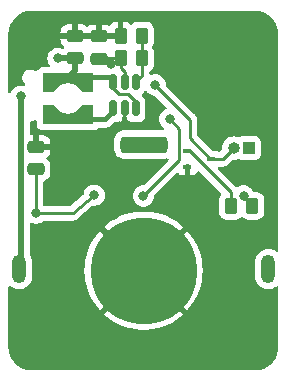
<source format=gbr>
%TF.GenerationSoftware,KiCad,Pcbnew,7.0.5*%
%TF.CreationDate,2023-07-26T01:35:09-03:00*%
%TF.ProjectId,HallCoinDetector,48616c6c-436f-4696-9e44-65746563746f,rev?*%
%TF.SameCoordinates,Original*%
%TF.FileFunction,Copper,L1,Top*%
%TF.FilePolarity,Positive*%
%FSLAX46Y46*%
G04 Gerber Fmt 4.6, Leading zero omitted, Abs format (unit mm)*
G04 Created by KiCad (PCBNEW 7.0.5) date 2023-07-26 01:35:09*
%MOMM*%
%LPD*%
G01*
G04 APERTURE LIST*
G04 Aperture macros list*
%AMRoundRect*
0 Rectangle with rounded corners*
0 $1 Rounding radius*
0 $2 $3 $4 $5 $6 $7 $8 $9 X,Y pos of 4 corners*
0 Add a 4 corners polygon primitive as box body*
4,1,4,$2,$3,$4,$5,$6,$7,$8,$9,$2,$3,0*
0 Add four circle primitives for the rounded corners*
1,1,$1+$1,$2,$3*
1,1,$1+$1,$4,$5*
1,1,$1+$1,$6,$7*
1,1,$1+$1,$8,$9*
0 Add four rect primitives between the rounded corners*
20,1,$1+$1,$2,$3,$4,$5,0*
20,1,$1+$1,$4,$5,$6,$7,0*
20,1,$1+$1,$6,$7,$8,$9,0*
20,1,$1+$1,$8,$9,$2,$3,0*%
%AMFreePoly0*
4,1,19,2.150000,-1.200000,1.177922,-1.200000,1.064578,-1.003895,0.918917,-0.830439,0.745359,-0.684899,0.549174,-0.571693,0.336318,-0.494257,0.113252,-0.454942,-0.113252,-0.454942,-0.336318,-0.494257,-0.549174,-0.571693,-0.745359,-0.684899,-0.918917,-0.830439,-1.064578,-1.003895,-1.177922,-1.200000,-2.150000,-1.200000,-2.150000,0.400000,2.150000,0.400000,2.150000,-1.200000,2.150000,-1.200000,
$1*%
%AMFreePoly1*
4,1,19,-1.064578,1.003895,-0.918917,0.830439,-0.745359,0.684899,-0.549174,0.571693,-0.336318,0.494257,-0.113252,0.454942,0.113252,0.454942,0.336318,0.494257,0.549174,0.571693,0.745359,0.684899,0.918917,0.830439,1.064578,1.003895,1.177922,1.200000,2.150000,1.200000,2.150000,-0.400000,-2.150000,-0.400000,-2.150000,1.200000,-1.177922,1.200000,-1.064578,1.003895,-1.064578,1.003895,
$1*%
G04 Aperture macros list end*
%TA.AperFunction,ComponentPad*%
%ADD10R,1.000000X1.000000*%
%TD*%
%TA.AperFunction,ComponentPad*%
%ADD11O,1.000000X1.000000*%
%TD*%
%TA.AperFunction,SMDPad,CuDef*%
%ADD12RoundRect,0.150000X0.150000X-0.512500X0.150000X0.512500X-0.150000X0.512500X-0.150000X-0.512500X0*%
%TD*%
%TA.AperFunction,SMDPad,CuDef*%
%ADD13RoundRect,0.350000X-1.650000X0.350000X-1.650000X-0.350000X1.650000X-0.350000X1.650000X0.350000X0*%
%TD*%
%TA.AperFunction,ComponentPad*%
%ADD14O,1.200000X2.400000*%
%TD*%
%TA.AperFunction,SMDPad,CuDef*%
%ADD15C,9.000000*%
%TD*%
%TA.AperFunction,SMDPad,CuDef*%
%ADD16RoundRect,0.250000X0.262500X0.450000X-0.262500X0.450000X-0.262500X-0.450000X0.262500X-0.450000X0*%
%TD*%
%TA.AperFunction,SMDPad,CuDef*%
%ADD17RoundRect,0.250000X0.475000X-0.250000X0.475000X0.250000X-0.475000X0.250000X-0.475000X-0.250000X0*%
%TD*%
%TA.AperFunction,SMDPad,CuDef*%
%ADD18RoundRect,0.250000X-0.262500X-0.450000X0.262500X-0.450000X0.262500X0.450000X-0.262500X0.450000X0*%
%TD*%
%TA.AperFunction,SMDPad,CuDef*%
%ADD19FreePoly0,0.000000*%
%TD*%
%TA.AperFunction,SMDPad,CuDef*%
%ADD20FreePoly1,0.000000*%
%TD*%
%TA.AperFunction,SMDPad,CuDef*%
%ADD21R,0.700000X0.450000*%
%TD*%
%TA.AperFunction,ViaPad*%
%ADD22C,0.800000*%
%TD*%
%TA.AperFunction,Conductor*%
%ADD23C,0.250000*%
%TD*%
%TA.AperFunction,Conductor*%
%ADD24C,0.400000*%
%TD*%
%TA.AperFunction,Conductor*%
%ADD25C,0.500000*%
%TD*%
G04 APERTURE END LIST*
D10*
%TO.P,M1,1,+*%
%TO.N,/3V*%
X175360400Y-106175700D03*
D11*
%TO.P,M1,2,-*%
%TO.N,Net-(D3-A)*%
X174090400Y-106175700D03*
%TD*%
D12*
%TO.P,U2,1,SW*%
%TO.N,Net-(U2-SW)*%
X163890000Y-102807500D03*
%TO.P,U2,2,GND*%
%TO.N,GND*%
X164840000Y-102807500D03*
%TO.P,U2,3,EN*%
%TO.N,/3V*%
X165790000Y-102807500D03*
%TO.P,U2,4,FB*%
%TO.N,Net-(U2-FB)*%
X165790000Y-100532500D03*
%TO.P,U2,5,OUT*%
%TO.N,/+5V*%
X164840000Y-100532500D03*
%TO.P,U2,6,Bat*%
%TO.N,/3V*%
X163890000Y-100532500D03*
%TD*%
D13*
%TO.P,BT1,*%
%TO.N,*%
X166454900Y-105873800D03*
D14*
%TO.P,BT1,1,+*%
%TO.N,/BAT*%
X176995900Y-116414800D03*
X155913900Y-116414800D03*
D15*
%TO.P,BT1,2,-*%
%TO.N,GND*%
X166454900Y-116541800D03*
%TD*%
D16*
%TO.P,R2,1*%
%TO.N,Net-(U2-FB)*%
X166326500Y-96653600D03*
%TO.P,R2,2*%
%TO.N,GND*%
X164501500Y-96653600D03*
%TD*%
D17*
%TO.P,C1,1*%
%TO.N,/3V*%
X160638800Y-98568800D03*
%TO.P,C1,2*%
%TO.N,GND*%
X160638800Y-96668800D03*
%TD*%
D16*
%TO.P,R14,1*%
%TO.N,Net-(D1-K)*%
X175671800Y-111080800D03*
%TO.P,R14,2*%
%TO.N,Net-(Q2-G)*%
X173846800Y-111080800D03*
%TD*%
D18*
%TO.P,R1,1*%
%TO.N,/+5V*%
X164501500Y-98584000D03*
%TO.P,R1,2*%
%TO.N,Net-(U2-FB)*%
X166326500Y-98584000D03*
%TD*%
D17*
%TO.P,C2,1*%
%TO.N,/+5V*%
X157336800Y-107966800D03*
%TO.P,C2,2*%
%TO.N,GND*%
X157336800Y-106066800D03*
%TD*%
D19*
%TO.P,L1,1,1*%
%TO.N,/3V*%
X160057200Y-100237600D03*
D20*
%TO.P,L1,2,2*%
%TO.N,Net-(U2-SW)*%
X160057200Y-103737600D03*
%TD*%
D21*
%TO.P,Q2,1,G*%
%TO.N,Net-(Q2-G)*%
X170170400Y-106458000D03*
%TO.P,Q2,2,S*%
%TO.N,GND*%
X170170400Y-107758000D03*
%TO.P,Q2,3,D*%
%TO.N,Net-(D3-A)*%
X172170400Y-107108000D03*
%TD*%
D17*
%TO.P,C3,1*%
%TO.N,/+5V*%
X162670800Y-98619600D03*
%TO.P,C3,2*%
%TO.N,GND*%
X162670800Y-96719600D03*
%TD*%
D22*
%TO.N,/+5V*%
X166430000Y-110217200D03*
X157336800Y-111690400D03*
X163686800Y-99092000D03*
X168665200Y-103714800D03*
X162264400Y-110166400D03*
%TO.N,GND*%
X168157200Y-110115600D03*
X176691600Y-120834400D03*
X157743200Y-122510800D03*
X159165600Y-106305600D03*
X173004900Y-118575700D03*
X160181600Y-118751600D03*
X171916400Y-110623600D03*
X164855200Y-104172000D03*
X158810000Y-117380000D03*
X176640800Y-113570000D03*
%TO.N,Net-(D1-K)*%
X174913600Y-110217200D03*
%TO.N,Net-(D3-A)*%
X167446000Y-100819200D03*
%TO.N,/BAT*%
X156066800Y-101784400D03*
%TO.N,/3V*%
X159216400Y-98584000D03*
%TD*%
D23*
%TO.N,/+5V*%
X164499600Y-98585900D02*
X164501500Y-98584000D01*
X163636000Y-98584000D02*
X163686800Y-98634800D01*
X157336800Y-111690400D02*
X160435600Y-111690400D01*
X168665200Y-103714800D02*
X169478000Y-104527600D01*
X163636000Y-98584000D02*
X162706400Y-98584000D01*
X169478000Y-107169200D02*
X166430000Y-110217200D01*
X169478000Y-104527600D02*
X169478000Y-107169200D01*
X162706400Y-98584000D02*
X162670800Y-98619600D01*
X157336800Y-111690400D02*
X157336800Y-107966800D01*
X166394400Y-110181600D02*
X166430000Y-110217200D01*
X160435600Y-111690400D02*
X162264400Y-110166400D01*
X164906000Y-100466500D02*
X164840000Y-100532500D01*
X164840000Y-100532500D02*
X164840000Y-99737200D01*
X163686800Y-98634800D02*
X163686800Y-99092000D01*
X164840000Y-99737200D02*
X164499600Y-99396800D01*
X164499600Y-99396800D02*
X164499600Y-98585900D01*
X162670800Y-98568800D02*
X162670800Y-98619600D01*
X164501500Y-98584000D02*
X163636000Y-98584000D01*
%TO.N,Net-(U2-FB)*%
X166326500Y-96653600D02*
X166326500Y-98584000D01*
X166326500Y-98584000D02*
X166326500Y-99996000D01*
X166326500Y-99996000D02*
X165790000Y-100532500D01*
%TO.N,Net-(D1-K)*%
X174812000Y-110217200D02*
X174913600Y-110217200D01*
X175673700Y-111080800D02*
X174913600Y-110320700D01*
X174913600Y-110217200D02*
X174913600Y-110318800D01*
X174913600Y-110318800D02*
X174812000Y-110217200D01*
X174913600Y-110320700D02*
X174913600Y-110217200D01*
%TO.N,Net-(Q2-G)*%
X173848700Y-109914300D02*
X173848700Y-111080800D01*
X170170400Y-106458000D02*
X170392400Y-106458000D01*
X170392400Y-106458000D02*
X173848700Y-109914300D01*
%TO.N,Net-(D3-A)*%
X172170400Y-107108000D02*
X173158100Y-107108000D01*
X167395200Y-100819200D02*
X167446000Y-100870000D01*
X173158100Y-107108000D02*
X174090400Y-106175700D01*
X170341600Y-105340400D02*
X170341600Y-103765600D01*
X170341600Y-103765600D02*
X167446000Y-100870000D01*
X172170400Y-107108000D02*
X172109200Y-107108000D01*
X167446000Y-100819200D02*
X167395200Y-100819200D01*
X172109200Y-107108000D02*
X170341600Y-105340400D01*
X167446000Y-100870000D02*
X167446000Y-100819200D01*
%TO.N,Net-(U2-SW)*%
X163890000Y-103105200D02*
X163686800Y-103308400D01*
D24*
X163890000Y-103054400D02*
X163206800Y-103737600D01*
X163206800Y-103737600D02*
X160057200Y-103737600D01*
D23*
X163890000Y-102807500D02*
X163890000Y-103105200D01*
X163890000Y-102807500D02*
X163890000Y-103054400D01*
D25*
%TO.N,/BAT*%
X156054600Y-116402600D02*
X156054600Y-101796600D01*
D23*
X156054600Y-101796600D02*
X156066800Y-101784400D01*
X156066800Y-116414800D02*
X156054600Y-116402600D01*
%TO.N,/3V*%
X165790000Y-102250000D02*
X165790000Y-102807500D01*
X165172000Y-101632000D02*
X165790000Y-102250000D01*
X163890000Y-100532500D02*
X163890000Y-101122000D01*
D25*
X159216400Y-98584000D02*
X160623600Y-98584000D01*
D24*
X163737600Y-100158800D02*
X160136000Y-100158800D01*
D23*
X164400000Y-101632000D02*
X165172000Y-101632000D01*
X163890000Y-101122000D02*
X164400000Y-101632000D01*
X163890000Y-100311200D02*
X163737600Y-100158800D01*
D25*
X160638800Y-99656000D02*
X160057200Y-100237600D01*
D24*
X160623600Y-98584000D02*
X160638800Y-98568800D01*
D25*
X160638800Y-98568800D02*
X160638800Y-99656000D01*
D23*
X163890000Y-100532500D02*
X163890000Y-100311200D01*
X160136000Y-100158800D02*
X160057200Y-100237600D01*
%TD*%
%TA.AperFunction,Conductor*%
%TO.N,GND*%
G36*
X175862019Y-94520633D02*
G01*
X175900149Y-94523131D01*
X175943793Y-94525992D01*
X176125459Y-94538985D01*
X176133102Y-94540015D01*
X176249451Y-94563158D01*
X176393666Y-94594531D01*
X176400383Y-94596395D01*
X176518618Y-94636531D01*
X176520224Y-94637103D01*
X176651740Y-94686156D01*
X176657483Y-94688635D01*
X176771830Y-94745024D01*
X176774042Y-94746173D01*
X176894913Y-94812173D01*
X176899641Y-94815037D01*
X177006649Y-94886537D01*
X177009358Y-94888454D01*
X177118652Y-94970271D01*
X177122345Y-94973265D01*
X177219502Y-95058469D01*
X177222448Y-95061228D01*
X177318769Y-95157549D01*
X177321526Y-95160492D01*
X177406729Y-95257648D01*
X177409732Y-95261353D01*
X177461564Y-95330592D01*
X177491543Y-95370639D01*
X177493461Y-95373349D01*
X177564961Y-95480357D01*
X177567828Y-95485091D01*
X177633802Y-95605912D01*
X177634992Y-95608204D01*
X177691356Y-95722499D01*
X177693842Y-95728258D01*
X177742878Y-95859727D01*
X177743497Y-95861465D01*
X177783597Y-95979596D01*
X177785472Y-95986352D01*
X177816848Y-96130590D01*
X177839980Y-96246880D01*
X177841015Y-96254560D01*
X177854021Y-96436413D01*
X177859367Y-96517966D01*
X177859500Y-96522023D01*
X177859500Y-114835420D01*
X177839815Y-114902459D01*
X177787011Y-114948214D01*
X177717853Y-114958158D01*
X177654299Y-114929135D01*
X177644770Y-114920879D01*
X177637156Y-114914281D01*
X177637154Y-114914280D01*
X177637152Y-114914278D01*
X177455149Y-114809198D01*
X177455145Y-114809196D01*
X177455144Y-114809196D01*
X177256533Y-114740456D01*
X177048502Y-114710546D01*
X177048498Y-114710546D01*
X176838572Y-114720545D01*
X176634321Y-114770096D01*
X176634317Y-114770098D01*
X176443156Y-114857398D01*
X176443151Y-114857401D01*
X176271946Y-114979315D01*
X176271940Y-114979320D01*
X176126914Y-115131420D01*
X176013288Y-115308225D01*
X175935174Y-115503344D01*
X175895400Y-115709714D01*
X175895400Y-115709715D01*
X175895400Y-117067225D01*
X175910372Y-117224018D01*
X175969584Y-117425675D01*
X175974642Y-117435486D01*
X176065891Y-117612486D01*
X176195805Y-117777683D01*
X176195809Y-117777687D01*
X176354646Y-117915321D01*
X176536650Y-118020401D01*
X176536652Y-118020401D01*
X176536656Y-118020404D01*
X176735267Y-118089144D01*
X176943298Y-118119054D01*
X177153230Y-118109054D01*
X177357476Y-118059504D01*
X177443099Y-118020401D01*
X177548643Y-117972201D01*
X177548646Y-117972199D01*
X177548653Y-117972196D01*
X177663573Y-117890361D01*
X177729600Y-117867509D01*
X177797500Y-117883982D01*
X177845716Y-117934549D01*
X177859500Y-117991369D01*
X177859500Y-122997976D01*
X177859367Y-123002033D01*
X177854021Y-123083585D01*
X177841015Y-123265438D01*
X177839980Y-123273118D01*
X177816848Y-123389408D01*
X177785472Y-123533646D01*
X177783597Y-123540402D01*
X177743497Y-123658533D01*
X177742878Y-123660271D01*
X177693842Y-123791740D01*
X177691356Y-123797499D01*
X177634992Y-123911794D01*
X177633802Y-123914086D01*
X177567828Y-124034907D01*
X177564961Y-124039641D01*
X177493461Y-124146649D01*
X177491543Y-124149359D01*
X177409744Y-124258631D01*
X177406723Y-124262357D01*
X177321529Y-124359502D01*
X177318755Y-124362464D01*
X177222464Y-124458755D01*
X177219502Y-124461529D01*
X177122357Y-124546723D01*
X177118631Y-124549744D01*
X177009359Y-124631543D01*
X177006649Y-124633461D01*
X176899641Y-124704961D01*
X176894907Y-124707828D01*
X176774086Y-124773802D01*
X176771794Y-124774992D01*
X176657499Y-124831356D01*
X176651740Y-124833842D01*
X176520271Y-124882878D01*
X176518533Y-124883497D01*
X176400402Y-124923597D01*
X176393647Y-124925472D01*
X176281206Y-124949932D01*
X176255124Y-124952766D01*
X156943874Y-124995678D01*
X156939681Y-124995546D01*
X156916481Y-124994025D01*
X156734560Y-124981015D01*
X156726880Y-124979980D01*
X156610590Y-124956848D01*
X156466352Y-124925472D01*
X156459596Y-124923597D01*
X156341465Y-124883497D01*
X156339727Y-124882878D01*
X156208258Y-124833842D01*
X156202499Y-124831356D01*
X156088204Y-124774992D01*
X156085912Y-124773802D01*
X155965091Y-124707828D01*
X155960357Y-124704961D01*
X155853349Y-124633461D01*
X155850639Y-124631543D01*
X155810592Y-124601564D01*
X155741353Y-124549732D01*
X155737648Y-124546729D01*
X155640492Y-124461526D01*
X155637549Y-124458769D01*
X155541228Y-124362448D01*
X155538469Y-124359502D01*
X155505450Y-124321851D01*
X155453265Y-124262345D01*
X155450271Y-124258652D01*
X155368454Y-124149358D01*
X155366537Y-124146649D01*
X155295037Y-124039641D01*
X155292170Y-124034907D01*
X155226173Y-123914042D01*
X155225024Y-123911830D01*
X155168635Y-123797483D01*
X155166156Y-123791740D01*
X155117103Y-123660224D01*
X155116531Y-123658618D01*
X155076395Y-123540383D01*
X155074531Y-123533666D01*
X155043150Y-123389408D01*
X155020015Y-123273102D01*
X155018985Y-123265459D01*
X155005992Y-123083793D01*
X155003256Y-123042056D01*
X155000633Y-123002018D01*
X155000500Y-122997963D01*
X155000500Y-120250217D01*
X163100035Y-120250217D01*
X163334303Y-120454893D01*
X163334320Y-120454906D01*
X163697634Y-120718870D01*
X164083170Y-120949217D01*
X164083185Y-120949225D01*
X164487776Y-121144065D01*
X164487792Y-121144071D01*
X164908252Y-121301873D01*
X164908268Y-121301879D01*
X165341166Y-121421351D01*
X165783050Y-121501541D01*
X166230353Y-121541799D01*
X166230357Y-121541800D01*
X166679443Y-121541800D01*
X166679446Y-121541799D01*
X167126749Y-121501541D01*
X167568633Y-121421351D01*
X168001531Y-121301879D01*
X168001547Y-121301873D01*
X168422007Y-121144071D01*
X168422023Y-121144065D01*
X168826614Y-120949225D01*
X168826629Y-120949217D01*
X169212165Y-120718870D01*
X169575479Y-120454906D01*
X169575509Y-120454882D01*
X169809763Y-120250218D01*
X169809763Y-120250217D01*
X166454900Y-116895353D01*
X163100035Y-120250217D01*
X155000500Y-120250217D01*
X155000500Y-117951026D01*
X155020185Y-117883987D01*
X155072989Y-117838232D01*
X155142147Y-117828288D01*
X155205700Y-117857311D01*
X155243842Y-117890362D01*
X155272646Y-117915321D01*
X155454650Y-118020401D01*
X155454652Y-118020401D01*
X155454656Y-118020404D01*
X155653267Y-118089144D01*
X155861298Y-118119054D01*
X156071230Y-118109054D01*
X156275476Y-118059504D01*
X156361099Y-118020401D01*
X156466643Y-117972201D01*
X156466646Y-117972199D01*
X156466653Y-117972196D01*
X156637852Y-117850286D01*
X156649346Y-117838232D01*
X156782885Y-117698179D01*
X156824385Y-117633604D01*
X156896513Y-117521372D01*
X156974625Y-117326257D01*
X157014400Y-117119885D01*
X157014400Y-116541803D01*
X161449860Y-116541803D01*
X161470008Y-116990438D01*
X161470009Y-116990447D01*
X161530293Y-117435486D01*
X161630225Y-117873319D01*
X161769006Y-118300442D01*
X161769009Y-118300450D01*
X161945509Y-118713394D01*
X161945513Y-118713402D01*
X162158333Y-119108887D01*
X162158333Y-119108888D01*
X162405733Y-119483683D01*
X162405734Y-119483684D01*
X162685746Y-119834808D01*
X162685757Y-119834821D01*
X162745665Y-119897480D01*
X166101346Y-116541800D01*
X166808453Y-116541800D01*
X170164133Y-119897480D01*
X170224051Y-119834811D01*
X170224054Y-119834808D01*
X170504065Y-119483684D01*
X170504066Y-119483683D01*
X170751466Y-119108888D01*
X170751466Y-119108887D01*
X170964286Y-118713402D01*
X170964290Y-118713394D01*
X171140790Y-118300450D01*
X171140793Y-118300442D01*
X171279574Y-117873319D01*
X171379506Y-117435486D01*
X171439790Y-116990447D01*
X171439791Y-116990438D01*
X171459940Y-116541803D01*
X171459940Y-116541796D01*
X171439791Y-116093161D01*
X171439790Y-116093152D01*
X171379506Y-115648113D01*
X171279574Y-115210280D01*
X171140793Y-114783157D01*
X171140790Y-114783149D01*
X170964290Y-114370205D01*
X170964286Y-114370197D01*
X170751466Y-113974712D01*
X170751466Y-113974711D01*
X170504066Y-113599916D01*
X170504065Y-113599915D01*
X170224053Y-113248791D01*
X170224042Y-113248778D01*
X170164133Y-113186118D01*
X166808453Y-116541799D01*
X166808453Y-116541800D01*
X166101346Y-116541800D01*
X166101346Y-116541799D01*
X162745665Y-113186119D01*
X162685746Y-113248790D01*
X162405734Y-113599915D01*
X162405733Y-113599916D01*
X162158333Y-113974711D01*
X162158333Y-113974712D01*
X161945513Y-114370197D01*
X161945509Y-114370205D01*
X161769009Y-114783149D01*
X161769006Y-114783157D01*
X161630225Y-115210280D01*
X161530293Y-115648113D01*
X161470009Y-116093152D01*
X161470008Y-116093161D01*
X161449860Y-116541796D01*
X161449860Y-116541803D01*
X157014400Y-116541803D01*
X157014400Y-115762375D01*
X156999428Y-115605582D01*
X156940216Y-115403925D01*
X156843911Y-115217118D01*
X156838534Y-115210280D01*
X156831628Y-115201498D01*
X156805661Y-115136633D01*
X156805100Y-115124848D01*
X156805100Y-112833381D01*
X163100035Y-112833381D01*
X166454899Y-116188245D01*
X169809763Y-112833381D01*
X169575496Y-112628706D01*
X169575479Y-112628693D01*
X169212165Y-112364729D01*
X168826629Y-112134382D01*
X168826614Y-112134374D01*
X168422023Y-111939534D01*
X168422007Y-111939528D01*
X168001547Y-111781726D01*
X168001531Y-111781720D01*
X167568633Y-111662248D01*
X167126749Y-111582058D01*
X166679446Y-111541800D01*
X166230353Y-111541800D01*
X165783050Y-111582058D01*
X165341166Y-111662248D01*
X164908268Y-111781720D01*
X164908252Y-111781726D01*
X164487792Y-111939528D01*
X164487776Y-111939534D01*
X164083185Y-112134374D01*
X164083170Y-112134382D01*
X163697634Y-112364729D01*
X163334320Y-112628693D01*
X163334303Y-112628706D01*
X163100035Y-112833381D01*
X156805100Y-112833381D01*
X156805100Y-112630335D01*
X156824785Y-112563296D01*
X156877589Y-112517541D01*
X156946747Y-112507597D01*
X156979536Y-112517056D01*
X157056992Y-112551542D01*
X157056997Y-112551544D01*
X157242154Y-112590900D01*
X157242155Y-112590900D01*
X157431444Y-112590900D01*
X157431446Y-112590900D01*
X157616603Y-112551544D01*
X157789530Y-112474551D01*
X157942671Y-112363288D01*
X157945588Y-112360047D01*
X157948400Y-112356926D01*
X158007887Y-112320279D01*
X158040548Y-112315900D01*
X160415245Y-112315900D01*
X160418908Y-112316008D01*
X160477445Y-112319481D01*
X160532600Y-112308753D01*
X160536645Y-112308105D01*
X160592392Y-112301064D01*
X160601247Y-112297557D01*
X160623214Y-112291131D01*
X160632576Y-112289311D01*
X160683324Y-112265206D01*
X160687087Y-112263570D01*
X160739332Y-112242886D01*
X160747037Y-112237286D01*
X160766722Y-112225597D01*
X160775331Y-112221509D01*
X160818504Y-112185530D01*
X160821720Y-112183027D01*
X160867187Y-112149994D01*
X160873262Y-112142649D01*
X160889414Y-112126438D01*
X162126374Y-111095639D01*
X162190476Y-111067845D01*
X162205756Y-111066900D01*
X162359044Y-111066900D01*
X162359046Y-111066900D01*
X162544203Y-111027544D01*
X162717130Y-110950551D01*
X162870271Y-110839288D01*
X162996933Y-110698616D01*
X163091579Y-110534684D01*
X163150074Y-110354656D01*
X163169860Y-110166400D01*
X163150074Y-109978144D01*
X163091579Y-109798116D01*
X162996933Y-109634184D01*
X162870271Y-109493512D01*
X162870270Y-109493511D01*
X162717134Y-109382251D01*
X162717129Y-109382248D01*
X162544207Y-109305257D01*
X162544202Y-109305255D01*
X162398401Y-109274265D01*
X162359046Y-109265900D01*
X162169754Y-109265900D01*
X162137297Y-109272798D01*
X161984597Y-109305255D01*
X161984592Y-109305257D01*
X161811670Y-109382248D01*
X161811665Y-109382251D01*
X161658529Y-109493511D01*
X161531866Y-109634185D01*
X161437221Y-109798115D01*
X161437218Y-109798122D01*
X161378727Y-109978140D01*
X161378726Y-109978144D01*
X161373738Y-110025603D01*
X161371075Y-110050937D01*
X161344489Y-110115551D01*
X161327137Y-110133233D01*
X160243627Y-111036159D01*
X160179524Y-111063955D01*
X160164244Y-111064900D01*
X158086300Y-111064900D01*
X158019261Y-111045215D01*
X157973506Y-110992411D01*
X157962300Y-110940900D01*
X157962300Y-109047100D01*
X157981985Y-108980061D01*
X158034789Y-108934306D01*
X158047282Y-108929399D01*
X158131134Y-108901614D01*
X158280456Y-108809512D01*
X158404512Y-108685456D01*
X158496614Y-108536134D01*
X158551799Y-108369597D01*
X158562300Y-108266809D01*
X158562299Y-107666792D01*
X158551799Y-107564003D01*
X158496614Y-107397466D01*
X158404512Y-107248144D01*
X158280456Y-107124088D01*
X158277142Y-107122043D01*
X158275346Y-107120048D01*
X158274789Y-107119607D01*
X158274864Y-107119511D01*
X158230418Y-107070097D01*
X158219197Y-107001134D01*
X158247040Y-106937052D01*
X158277148Y-106910965D01*
X158280142Y-106909118D01*
X158404115Y-106785145D01*
X158496156Y-106635924D01*
X158496158Y-106635919D01*
X158551305Y-106469497D01*
X158551306Y-106469490D01*
X158561799Y-106366786D01*
X158561800Y-106366773D01*
X158561800Y-106316800D01*
X157210800Y-106316800D01*
X157143761Y-106297115D01*
X157098006Y-106244311D01*
X157086800Y-106192800D01*
X157086800Y-105066800D01*
X157586800Y-105066800D01*
X157586800Y-105816800D01*
X158561799Y-105816800D01*
X158561799Y-105766828D01*
X158561798Y-105766813D01*
X158551305Y-105664102D01*
X158496158Y-105497680D01*
X158496156Y-105497675D01*
X158404115Y-105348454D01*
X158280145Y-105224484D01*
X158130924Y-105132443D01*
X158130919Y-105132441D01*
X157964497Y-105077294D01*
X157964490Y-105077293D01*
X157861786Y-105066800D01*
X157586800Y-105066800D01*
X157086800Y-105066800D01*
X156929100Y-105066800D01*
X156862061Y-105047115D01*
X156816306Y-104994311D01*
X156805100Y-104942800D01*
X156805100Y-104033895D01*
X156824785Y-103966856D01*
X156877589Y-103921101D01*
X156918300Y-103910952D01*
X156918252Y-103910552D01*
X156921480Y-103910159D01*
X156921641Y-103910120D01*
X156921959Y-103910100D01*
X156921972Y-103910100D01*
X157048472Y-103894740D01*
X157207530Y-103834418D01*
X157207532Y-103834416D01*
X157214174Y-103830931D01*
X157214822Y-103832166D01*
X157273454Y-103812823D01*
X157341108Y-103830281D01*
X157388583Y-103881543D01*
X157401553Y-103936755D01*
X157401553Y-104137602D01*
X157406699Y-104209560D01*
X157406700Y-104209565D01*
X157447245Y-104347650D01*
X157447247Y-104347653D01*
X157525057Y-104468728D01*
X157633827Y-104562977D01*
X157764743Y-104622765D01*
X157907200Y-104643247D01*
X157907203Y-104643247D01*
X162207200Y-104643247D01*
X162279161Y-104638100D01*
X162279163Y-104638099D01*
X162279165Y-104638099D01*
X162417250Y-104597554D01*
X162417250Y-104597553D01*
X162417253Y-104597553D01*
X162538328Y-104519743D01*
X162571988Y-104480896D01*
X162630767Y-104443123D01*
X162665701Y-104438100D01*
X163183752Y-104438100D01*
X163187497Y-104438213D01*
X163194842Y-104438657D01*
X163249406Y-104441958D01*
X163287114Y-104435047D01*
X163310421Y-104430777D01*
X163314125Y-104430213D01*
X163331970Y-104428046D01*
X163375672Y-104422740D01*
X163385135Y-104419150D01*
X163406761Y-104413122D01*
X163407693Y-104412951D01*
X163416732Y-104411295D01*
X163473312Y-104385829D01*
X163476742Y-104384409D01*
X163534730Y-104362418D01*
X163543066Y-104356662D01*
X163562621Y-104345634D01*
X163571857Y-104341478D01*
X163620696Y-104303213D01*
X163623676Y-104301021D01*
X163674729Y-104265783D01*
X163715865Y-104219348D01*
X163718384Y-104216672D01*
X163928239Y-104006816D01*
X163989561Y-103973334D01*
X164015919Y-103970500D01*
X164105686Y-103970500D01*
X164105694Y-103970500D01*
X164142569Y-103967598D01*
X164142571Y-103967597D01*
X164142573Y-103967597D01*
X164184191Y-103955505D01*
X164300398Y-103921744D01*
X164301181Y-103921281D01*
X164302369Y-103920579D01*
X164304112Y-103920136D01*
X164307557Y-103918646D01*
X164307797Y-103919201D01*
X164370093Y-103903395D01*
X164422397Y-103918753D01*
X164422644Y-103918184D01*
X164427255Y-103920179D01*
X164428612Y-103920578D01*
X164429801Y-103921281D01*
X164429806Y-103921283D01*
X164587505Y-103967099D01*
X164587511Y-103967100D01*
X164589998Y-103967295D01*
X164590000Y-103967295D01*
X164590000Y-103701814D01*
X164607267Y-103638694D01*
X164641744Y-103580398D01*
X164687598Y-103422569D01*
X164690500Y-103385694D01*
X164690500Y-102681499D01*
X164710185Y-102614461D01*
X164762989Y-102568706D01*
X164814500Y-102557500D01*
X164865500Y-102557500D01*
X164932539Y-102577185D01*
X164978294Y-102629989D01*
X164989500Y-102681500D01*
X164989500Y-103385701D01*
X164992401Y-103422567D01*
X164992402Y-103422573D01*
X165038254Y-103580393D01*
X165038255Y-103580396D01*
X165038256Y-103580398D01*
X165072732Y-103638694D01*
X165090000Y-103701814D01*
X165090000Y-103967295D01*
X165090001Y-103967295D01*
X165092486Y-103967100D01*
X165250197Y-103921281D01*
X165251382Y-103920581D01*
X165252436Y-103920313D01*
X165257357Y-103918184D01*
X165257700Y-103918977D01*
X165319105Y-103903395D01*
X165372289Y-103919008D01*
X165372446Y-103918647D01*
X165375371Y-103919913D01*
X165377624Y-103920574D01*
X165379602Y-103921744D01*
X165379604Y-103921744D01*
X165379605Y-103921745D01*
X165537426Y-103967597D01*
X165537429Y-103967597D01*
X165537431Y-103967598D01*
X165574306Y-103970500D01*
X165574314Y-103970500D01*
X166005686Y-103970500D01*
X166005694Y-103970500D01*
X166042569Y-103967598D01*
X166042571Y-103967597D01*
X166042573Y-103967597D01*
X166084191Y-103955505D01*
X166200398Y-103921744D01*
X166341865Y-103838081D01*
X166458081Y-103721865D01*
X166541744Y-103580398D01*
X166587598Y-103422569D01*
X166590500Y-103385694D01*
X166590500Y-102229306D01*
X166587598Y-102192431D01*
X166576855Y-102155455D01*
X166541745Y-102034606D01*
X166541744Y-102034603D01*
X166541744Y-102034602D01*
X166458081Y-101893135D01*
X166458079Y-101893133D01*
X166458076Y-101893129D01*
X166341870Y-101776923D01*
X166341867Y-101776921D01*
X166341865Y-101776919D01*
X166341549Y-101776732D01*
X166341353Y-101776522D01*
X166335702Y-101772139D01*
X166336409Y-101771227D01*
X166293866Y-101725664D01*
X166281362Y-101656923D01*
X166308006Y-101592333D01*
X166335921Y-101568144D01*
X166335702Y-101567861D01*
X166340911Y-101563820D01*
X166341550Y-101563267D01*
X166341865Y-101563081D01*
X166458081Y-101446865D01*
X166507707Y-101362950D01*
X166558773Y-101315270D01*
X166627514Y-101302766D01*
X166692104Y-101329410D01*
X166708767Y-101346903D01*
X166709119Y-101346587D01*
X166713466Y-101351415D01*
X166713467Y-101351416D01*
X166777371Y-101422388D01*
X166840129Y-101492088D01*
X166993265Y-101603348D01*
X166993270Y-101603351D01*
X167166192Y-101680342D01*
X167166197Y-101680344D01*
X167351354Y-101719700D01*
X167359748Y-101719700D01*
X167426787Y-101739385D01*
X167447429Y-101756019D01*
X168368300Y-102676890D01*
X168401785Y-102738213D01*
X168396801Y-102807905D01*
X168354929Y-102863838D01*
X168331056Y-102877850D01*
X168212467Y-102930650D01*
X168212465Y-102930651D01*
X168059329Y-103041911D01*
X167932666Y-103182585D01*
X167838021Y-103346515D01*
X167838018Y-103346522D01*
X167779527Y-103526540D01*
X167779526Y-103526544D01*
X167759740Y-103714800D01*
X167779526Y-103903056D01*
X167779527Y-103903059D01*
X167838018Y-104083077D01*
X167838021Y-104083084D01*
X167932667Y-104247016D01*
X168017721Y-104341478D01*
X168059329Y-104387688D01*
X168143693Y-104448982D01*
X168186359Y-104504312D01*
X168192338Y-104573925D01*
X168159732Y-104635720D01*
X168098894Y-104670077D01*
X168070808Y-104673300D01*
X164730946Y-104673300D01*
X164719077Y-104674104D01*
X164689400Y-104676117D01*
X164509878Y-104720763D01*
X164509876Y-104720764D01*
X164344149Y-104802956D01*
X164199959Y-104918859D01*
X164084056Y-105063049D01*
X164001864Y-105228776D01*
X164001863Y-105228778D01*
X163957217Y-105408300D01*
X163954400Y-105449848D01*
X163954400Y-106297751D01*
X163957217Y-106339299D01*
X164001863Y-106518821D01*
X164001864Y-106518823D01*
X164084056Y-106684550D01*
X164084057Y-106684551D01*
X164084058Y-106684553D01*
X164115432Y-106723583D01*
X164199959Y-106828740D01*
X164282073Y-106894745D01*
X164344147Y-106944642D01*
X164509879Y-107026837D01*
X164689401Y-107071482D01*
X164689402Y-107071482D01*
X164689405Y-107071483D01*
X164730946Y-107074300D01*
X164730948Y-107074300D01*
X168178852Y-107074300D01*
X168178854Y-107074300D01*
X168220395Y-107071483D01*
X168399921Y-107026837D01*
X168399932Y-107026831D01*
X168402022Y-107026064D01*
X168403395Y-107025972D01*
X168406445Y-107025214D01*
X168406580Y-107025760D01*
X168471737Y-107021418D01*
X168532897Y-107055201D01*
X168566084Y-107116686D01*
X168560761Y-107186352D01*
X168532472Y-107230136D01*
X166482228Y-109280381D01*
X166420905Y-109313866D01*
X166394547Y-109316700D01*
X166335354Y-109316700D01*
X166302897Y-109323598D01*
X166150197Y-109356055D01*
X166150192Y-109356057D01*
X165977270Y-109433048D01*
X165977265Y-109433051D01*
X165824129Y-109544311D01*
X165697466Y-109684985D01*
X165602821Y-109848915D01*
X165602818Y-109848922D01*
X165544327Y-110028940D01*
X165544326Y-110028944D01*
X165524540Y-110217200D01*
X165544326Y-110405456D01*
X165544327Y-110405459D01*
X165602818Y-110585477D01*
X165602821Y-110585484D01*
X165697467Y-110749416D01*
X165824128Y-110890088D01*
X165824129Y-110890088D01*
X165977265Y-111001348D01*
X165977270Y-111001351D01*
X166150192Y-111078342D01*
X166150197Y-111078344D01*
X166335354Y-111117700D01*
X166335355Y-111117700D01*
X166524644Y-111117700D01*
X166524646Y-111117700D01*
X166709803Y-111078344D01*
X166882730Y-111001351D01*
X167035871Y-110890088D01*
X167162533Y-110749416D01*
X167257179Y-110585484D01*
X167315674Y-110405456D01*
X167333321Y-110237544D01*
X167359904Y-110172934D01*
X167368951Y-110162838D01*
X169245745Y-108286044D01*
X169307064Y-108252562D01*
X169376756Y-108257546D01*
X169432688Y-108299416D01*
X169463212Y-108340190D01*
X169578306Y-108426350D01*
X169578313Y-108426354D01*
X169713020Y-108476596D01*
X169713027Y-108476598D01*
X169772555Y-108482999D01*
X169772572Y-108483000D01*
X169945400Y-108483000D01*
X169945400Y-107657000D01*
X169965085Y-107589961D01*
X170017889Y-107544206D01*
X170069400Y-107533000D01*
X170271400Y-107533000D01*
X170338439Y-107552685D01*
X170384194Y-107605489D01*
X170395400Y-107657000D01*
X170395400Y-108483000D01*
X170568228Y-108483000D01*
X170568244Y-108482999D01*
X170627772Y-108476598D01*
X170627779Y-108476596D01*
X170762486Y-108426354D01*
X170762493Y-108426350D01*
X170877587Y-108340190D01*
X170877590Y-108340187D01*
X170963750Y-108225093D01*
X170963753Y-108225088D01*
X170980848Y-108179253D01*
X171022719Y-108123318D01*
X171088183Y-108098900D01*
X171156456Y-108113751D01*
X171184712Y-108134903D01*
X173014089Y-109964280D01*
X173047574Y-110025603D01*
X173042590Y-110095295D01*
X173014091Y-110139640D01*
X172991588Y-110162144D01*
X172988963Y-110166400D01*
X172899487Y-110311463D01*
X172899485Y-110311466D01*
X172899486Y-110311466D01*
X172844301Y-110478003D01*
X172844301Y-110478004D01*
X172844300Y-110478004D01*
X172833800Y-110580783D01*
X172833800Y-111580801D01*
X172833801Y-111580819D01*
X172844300Y-111683596D01*
X172844301Y-111683599D01*
X172876816Y-111781720D01*
X172899486Y-111850134D01*
X172991588Y-111999456D01*
X173115644Y-112123512D01*
X173264966Y-112215614D01*
X173431503Y-112270799D01*
X173534291Y-112281300D01*
X174159308Y-112281299D01*
X174159316Y-112281298D01*
X174159319Y-112281298D01*
X174215602Y-112275548D01*
X174262097Y-112270799D01*
X174428634Y-112215614D01*
X174577956Y-112123512D01*
X174671619Y-112029848D01*
X174732942Y-111996364D01*
X174802634Y-112001348D01*
X174846981Y-112029848D01*
X174940644Y-112123512D01*
X175089966Y-112215614D01*
X175256503Y-112270799D01*
X175359291Y-112281300D01*
X175984308Y-112281299D01*
X175984316Y-112281298D01*
X175984319Y-112281298D01*
X176040602Y-112275548D01*
X176087097Y-112270799D01*
X176253634Y-112215614D01*
X176402956Y-112123512D01*
X176527012Y-111999456D01*
X176619114Y-111850134D01*
X176674299Y-111683597D01*
X176684800Y-111580809D01*
X176684799Y-110580792D01*
X176674299Y-110478003D01*
X176619114Y-110311466D01*
X176527012Y-110162144D01*
X176402956Y-110038088D01*
X176305764Y-109978140D01*
X176253636Y-109945987D01*
X176253631Y-109945985D01*
X176252162Y-109945498D01*
X176087097Y-109890801D01*
X176087095Y-109890800D01*
X175984316Y-109880300D01*
X175984309Y-109880300D01*
X175830490Y-109880300D01*
X175763451Y-109860615D01*
X175723103Y-109818300D01*
X175709728Y-109795135D01*
X175646133Y-109684984D01*
X175519471Y-109544312D01*
X175487283Y-109520926D01*
X175366334Y-109433051D01*
X175366329Y-109433048D01*
X175193407Y-109356057D01*
X175193402Y-109356055D01*
X175047601Y-109325065D01*
X175008246Y-109316700D01*
X174818954Y-109316700D01*
X174786497Y-109323598D01*
X174633797Y-109356055D01*
X174633792Y-109356057D01*
X174460871Y-109433048D01*
X174425596Y-109458677D01*
X174359789Y-109482156D01*
X174291735Y-109466330D01*
X174265030Y-109446039D01*
X172768447Y-107949456D01*
X172734962Y-107888133D01*
X172739946Y-107818441D01*
X172781818Y-107762508D01*
X172781820Y-107762506D01*
X172787531Y-107758231D01*
X172852996Y-107733816D01*
X172861839Y-107733500D01*
X173075357Y-107733500D01*
X173090977Y-107735224D01*
X173091004Y-107734939D01*
X173098766Y-107735673D01*
X173098766Y-107735672D01*
X173098767Y-107735673D01*
X173102099Y-107735568D01*
X173166947Y-107733531D01*
X173168894Y-107733500D01*
X173197447Y-107733500D01*
X173197450Y-107733500D01*
X173204328Y-107732630D01*
X173210141Y-107732172D01*
X173256727Y-107730709D01*
X173275969Y-107725117D01*
X173295012Y-107721174D01*
X173314892Y-107718664D01*
X173358222Y-107701507D01*
X173363746Y-107699617D01*
X173367496Y-107698527D01*
X173408490Y-107686618D01*
X173425729Y-107676422D01*
X173443203Y-107667862D01*
X173461827Y-107660488D01*
X173461827Y-107660487D01*
X173461832Y-107660486D01*
X173499549Y-107633082D01*
X173504405Y-107629892D01*
X173544520Y-107606170D01*
X173558689Y-107591999D01*
X173573479Y-107579368D01*
X173589687Y-107567594D01*
X173619399Y-107531676D01*
X173623312Y-107527376D01*
X173939006Y-107211682D01*
X174000327Y-107178199D01*
X174038835Y-107175962D01*
X174090400Y-107181041D01*
X174286532Y-107161724D01*
X174475127Y-107104514D01*
X174477253Y-107103377D01*
X174478495Y-107103118D01*
X174480755Y-107102183D01*
X174480932Y-107102611D01*
X174545654Y-107089135D01*
X174610015Y-107113467D01*
X174618069Y-107119496D01*
X174731288Y-107161724D01*
X174752917Y-107169791D01*
X174752916Y-107169791D01*
X174756851Y-107170214D01*
X174812527Y-107176200D01*
X175908272Y-107176199D01*
X175967883Y-107169791D01*
X176102731Y-107119496D01*
X176217946Y-107033246D01*
X176304196Y-106918031D01*
X176354491Y-106783183D01*
X176360900Y-106723573D01*
X176360899Y-105627828D01*
X176354491Y-105568217D01*
X176328182Y-105497680D01*
X176304197Y-105433371D01*
X176304193Y-105433364D01*
X176217947Y-105318155D01*
X176217944Y-105318152D01*
X176102735Y-105231906D01*
X176102728Y-105231902D01*
X175967882Y-105181608D01*
X175967883Y-105181608D01*
X175908283Y-105175201D01*
X175908281Y-105175200D01*
X175908273Y-105175200D01*
X175908264Y-105175200D01*
X174812529Y-105175200D01*
X174812523Y-105175201D01*
X174752916Y-105181608D01*
X174618071Y-105231902D01*
X174618066Y-105231905D01*
X174610014Y-105237933D01*
X174544549Y-105262348D01*
X174480930Y-105248804D01*
X174480759Y-105249218D01*
X174478523Y-105248292D01*
X174477250Y-105248021D01*
X174475129Y-105246887D01*
X174475128Y-105246886D01*
X174475127Y-105246886D01*
X174286532Y-105189676D01*
X174286529Y-105189675D01*
X174090400Y-105170359D01*
X173894270Y-105189675D01*
X173705666Y-105246888D01*
X173531867Y-105339786D01*
X173531860Y-105339790D01*
X173379516Y-105464816D01*
X173254490Y-105617160D01*
X173254486Y-105617167D01*
X173161588Y-105790966D01*
X173104375Y-105979570D01*
X173085059Y-106175700D01*
X173085059Y-106175701D01*
X173090136Y-106227260D01*
X173077116Y-106295906D01*
X173054415Y-106327093D01*
X172941404Y-106440105D01*
X172880081Y-106473590D01*
X172810389Y-106468606D01*
X172779410Y-106451690D01*
X172762731Y-106439204D01*
X172762728Y-106439202D01*
X172627882Y-106388908D01*
X172627883Y-106388908D01*
X172568283Y-106382501D01*
X172568281Y-106382500D01*
X172568273Y-106382500D01*
X172568265Y-106382500D01*
X172319652Y-106382500D01*
X172252613Y-106362815D01*
X172231971Y-106346181D01*
X171003419Y-105117628D01*
X170969934Y-105056305D01*
X170967100Y-105029947D01*
X170967100Y-103848342D01*
X170968824Y-103832722D01*
X170968539Y-103832696D01*
X170969273Y-103824933D01*
X170967131Y-103756752D01*
X170967100Y-103754805D01*
X170967100Y-103726254D01*
X170967100Y-103726250D01*
X170966231Y-103719372D01*
X170965772Y-103713543D01*
X170964309Y-103666972D01*
X170958722Y-103647744D01*
X170954774Y-103628684D01*
X170952263Y-103608804D01*
X170935112Y-103565487D01*
X170933219Y-103559958D01*
X170920218Y-103515209D01*
X170920216Y-103515206D01*
X170910023Y-103497971D01*
X170901461Y-103480494D01*
X170894087Y-103461870D01*
X170894086Y-103461868D01*
X170866679Y-103424145D01*
X170863488Y-103419286D01*
X170839772Y-103379183D01*
X170839765Y-103379174D01*
X170825606Y-103365015D01*
X170812968Y-103350219D01*
X170810277Y-103346515D01*
X170801194Y-103334013D01*
X170765288Y-103304309D01*
X170760976Y-103300386D01*
X168386465Y-100925875D01*
X168352980Y-100864552D01*
X168350826Y-100825228D01*
X168351460Y-100819200D01*
X168331674Y-100630944D01*
X168273179Y-100450916D01*
X168178533Y-100286984D01*
X168051871Y-100146312D01*
X168021910Y-100124544D01*
X167898734Y-100035051D01*
X167898729Y-100035048D01*
X167725807Y-99958057D01*
X167725802Y-99958055D01*
X167580000Y-99927065D01*
X167540646Y-99918700D01*
X167351354Y-99918700D01*
X167318897Y-99925598D01*
X167166197Y-99958055D01*
X167126435Y-99975759D01*
X167057185Y-99985043D01*
X166993909Y-99955415D01*
X166956696Y-99896279D01*
X166952000Y-99862479D01*
X166952000Y-99761087D01*
X166971685Y-99694048D01*
X167010902Y-99655548D01*
X167057656Y-99626712D01*
X167181712Y-99502656D01*
X167273814Y-99353334D01*
X167328999Y-99186797D01*
X167339500Y-99084009D01*
X167339499Y-98083992D01*
X167328999Y-97981203D01*
X167273814Y-97814666D01*
X167273810Y-97814660D01*
X167273809Y-97814657D01*
X167201827Y-97697956D01*
X167193154Y-97683895D01*
X167174714Y-97616505D01*
X167193154Y-97553704D01*
X167273814Y-97422934D01*
X167328999Y-97256397D01*
X167339500Y-97153609D01*
X167339499Y-96153592D01*
X167328999Y-96050803D01*
X167273814Y-95884266D01*
X167181712Y-95734944D01*
X167057656Y-95610888D01*
X166908334Y-95518786D01*
X166741797Y-95463601D01*
X166741795Y-95463600D01*
X166639010Y-95453100D01*
X166013998Y-95453100D01*
X166013980Y-95453101D01*
X165911203Y-95463600D01*
X165911200Y-95463601D01*
X165744668Y-95518785D01*
X165744663Y-95518787D01*
X165595345Y-95610887D01*
X165501327Y-95704905D01*
X165440003Y-95738389D01*
X165370312Y-95733405D01*
X165325965Y-95704904D01*
X165232345Y-95611284D01*
X165083124Y-95519243D01*
X165083119Y-95519241D01*
X164916697Y-95464094D01*
X164916690Y-95464093D01*
X164813986Y-95453600D01*
X164751499Y-95453600D01*
X164751500Y-96779600D01*
X164731815Y-96846639D01*
X164679012Y-96892394D01*
X164627500Y-96903600D01*
X163935800Y-96903600D01*
X163906119Y-96933281D01*
X163844796Y-96966766D01*
X163818438Y-96969600D01*
X161507962Y-96969600D01*
X161440923Y-96949915D01*
X161420281Y-96933281D01*
X161405800Y-96918800D01*
X159413801Y-96918800D01*
X159413801Y-96968786D01*
X159424294Y-97071497D01*
X159479441Y-97237919D01*
X159479443Y-97237924D01*
X159571484Y-97387145D01*
X159695457Y-97511118D01*
X159698452Y-97512965D01*
X159700075Y-97514769D01*
X159701123Y-97515598D01*
X159700981Y-97515776D01*
X159745179Y-97564910D01*
X159756404Y-97633873D01*
X159728564Y-97697956D01*
X159698462Y-97724041D01*
X159695144Y-97726087D01*
X159689472Y-97730572D01*
X159688403Y-97729220D01*
X159635016Y-97758365D01*
X159565325Y-97753371D01*
X159558239Y-97750475D01*
X159496207Y-97722857D01*
X159496202Y-97722855D01*
X159350401Y-97691865D01*
X159311046Y-97683500D01*
X159121754Y-97683500D01*
X159089297Y-97690398D01*
X158936597Y-97722855D01*
X158936592Y-97722857D01*
X158763670Y-97799848D01*
X158763665Y-97799851D01*
X158610529Y-97911111D01*
X158483866Y-98051785D01*
X158389221Y-98215715D01*
X158389218Y-98215722D01*
X158330727Y-98395740D01*
X158330726Y-98395744D01*
X158310940Y-98584000D01*
X158330726Y-98772256D01*
X158330727Y-98772259D01*
X158389218Y-98952277D01*
X158389221Y-98952284D01*
X158483866Y-99116215D01*
X158491759Y-99124981D01*
X158521989Y-99187973D01*
X158513363Y-99257308D01*
X158468622Y-99310973D01*
X158401969Y-99331931D01*
X158399609Y-99331953D01*
X157907197Y-99331953D01*
X157835239Y-99337099D01*
X157835234Y-99337100D01*
X157697149Y-99377645D01*
X157576073Y-99455456D01*
X157481823Y-99564226D01*
X157470409Y-99589220D01*
X157424653Y-99642023D01*
X157357614Y-99661707D01*
X157290574Y-99642022D01*
X157287175Y-99639757D01*
X157244701Y-99610439D01*
X157207531Y-99584782D01*
X157048474Y-99524460D01*
X157048468Y-99524459D01*
X156921974Y-99509100D01*
X156921972Y-99509100D01*
X156837228Y-99509100D01*
X156837226Y-99509100D01*
X156710731Y-99524459D01*
X156710725Y-99524460D01*
X156551668Y-99584782D01*
X156411672Y-99681416D01*
X156298863Y-99808750D01*
X156219810Y-99959373D01*
X156179100Y-100124544D01*
X156179100Y-100294655D01*
X156219810Y-100459826D01*
X156298864Y-100610450D01*
X156298866Y-100610452D01*
X156379558Y-100701535D01*
X156409280Y-100764768D01*
X156400096Y-100834031D01*
X156354924Y-100887335D01*
X156288105Y-100907755D01*
X156260964Y-100905053D01*
X156161446Y-100883900D01*
X155972154Y-100883900D01*
X155939697Y-100890798D01*
X155786997Y-100923255D01*
X155786992Y-100923257D01*
X155614070Y-101000248D01*
X155614065Y-101000251D01*
X155460929Y-101111511D01*
X155334266Y-101252185D01*
X155239619Y-101416118D01*
X155237775Y-101420261D01*
X155192520Y-101473494D01*
X155125669Y-101493809D01*
X155058447Y-101474758D01*
X155012196Y-101422388D01*
X155000500Y-101369815D01*
X155000500Y-96522036D01*
X155000633Y-96517980D01*
X155005989Y-96436265D01*
X155007238Y-96418800D01*
X159413800Y-96418800D01*
X160388800Y-96418800D01*
X160388800Y-95668800D01*
X160888800Y-95668800D01*
X160888800Y-96418800D01*
X161801638Y-96418800D01*
X161868677Y-96438485D01*
X161889319Y-96455119D01*
X161903800Y-96469600D01*
X162420800Y-96469600D01*
X162920800Y-96469600D01*
X163449000Y-96469600D01*
X163478681Y-96439919D01*
X163540004Y-96406434D01*
X163566362Y-96403600D01*
X164251500Y-96403600D01*
X164251500Y-95453600D01*
X164251499Y-95453599D01*
X164189028Y-95453600D01*
X164189011Y-95453601D01*
X164086302Y-95464094D01*
X163919880Y-95519241D01*
X163919875Y-95519243D01*
X163770654Y-95611284D01*
X163646683Y-95735255D01*
X163639350Y-95747144D01*
X163587400Y-95793867D01*
X163518437Y-95805087D01*
X163468714Y-95787581D01*
X163464927Y-95785245D01*
X163464919Y-95785241D01*
X163298497Y-95730094D01*
X163298490Y-95730093D01*
X163195786Y-95719600D01*
X162920800Y-95719600D01*
X162920800Y-96469600D01*
X162420800Y-96469600D01*
X162420800Y-95719600D01*
X162145829Y-95719600D01*
X162145812Y-95719601D01*
X162043102Y-95730094D01*
X161876680Y-95785241D01*
X161876671Y-95785245D01*
X161752447Y-95861867D01*
X161685055Y-95880307D01*
X161618391Y-95859384D01*
X161599670Y-95844009D01*
X161582145Y-95826484D01*
X161432924Y-95734443D01*
X161432919Y-95734441D01*
X161266497Y-95679294D01*
X161266490Y-95679293D01*
X161163786Y-95668800D01*
X160888800Y-95668800D01*
X160388800Y-95668800D01*
X160113829Y-95668800D01*
X160113812Y-95668801D01*
X160011102Y-95679294D01*
X159844680Y-95734441D01*
X159844675Y-95734443D01*
X159695454Y-95826484D01*
X159571484Y-95950454D01*
X159479443Y-96099675D01*
X159479441Y-96099680D01*
X159424294Y-96266102D01*
X159424293Y-96266109D01*
X159413800Y-96368813D01*
X159413800Y-96418800D01*
X155007238Y-96418800D01*
X155010813Y-96368813D01*
X155018986Y-96254538D01*
X155020015Y-96246901D01*
X155043155Y-96130567D01*
X155074533Y-95986323D01*
X155076392Y-95979625D01*
X155116547Y-95861335D01*
X155117087Y-95859817D01*
X155166162Y-95728242D01*
X155168628Y-95722530D01*
X155225044Y-95608129D01*
X155226152Y-95605996D01*
X155292184Y-95485066D01*
X155295029Y-95480368D01*
X155366563Y-95373311D01*
X155368428Y-95370676D01*
X155450291Y-95261321D01*
X155453244Y-95257678D01*
X155538503Y-95160459D01*
X155541198Y-95157581D01*
X155637581Y-95061198D01*
X155640459Y-95058503D01*
X155737678Y-94973244D01*
X155741321Y-94970291D01*
X155850676Y-94888428D01*
X155853311Y-94886563D01*
X155960368Y-94815029D01*
X155965066Y-94812184D01*
X156085996Y-94746152D01*
X156088129Y-94745044D01*
X156202530Y-94688628D01*
X156208242Y-94686162D01*
X156339817Y-94637087D01*
X156341335Y-94636547D01*
X156459625Y-94596392D01*
X156466323Y-94594533D01*
X156610567Y-94563155D01*
X156726901Y-94540015D01*
X156734536Y-94538986D01*
X156916290Y-94525986D01*
X156946237Y-94524023D01*
X156997981Y-94520633D01*
X157002036Y-94520500D01*
X175857964Y-94520500D01*
X175862019Y-94520633D01*
G37*
%TD.AperFunction*%
%TD*%
M02*

</source>
